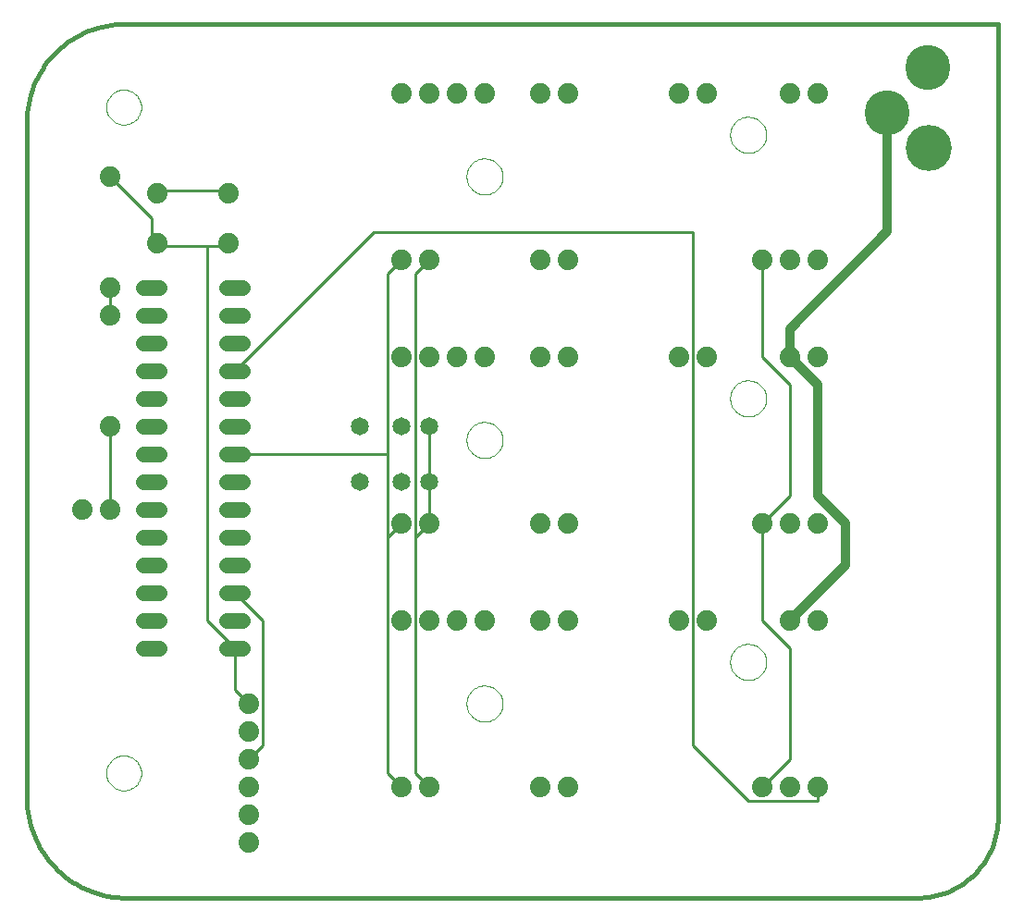
<source format=gtl>
G75*
G70*
%OFA0B0*%
%FSLAX24Y24*%
%IPPOS*%
%LPD*%
%AMOC8*
5,1,8,0,0,1.08239X$1,22.5*
%
%ADD10C,0.0160*%
%ADD11C,0.0000*%
%ADD12C,0.0560*%
%ADD13C,0.0650*%
%ADD14C,0.1660*%
%ADD15C,0.1620*%
%ADD16C,0.0740*%
%ADD17C,0.0100*%
%ADD18C,0.0320*%
D10*
X003792Y000181D02*
X032271Y000181D01*
X032271Y000182D02*
X032410Y000185D01*
X032548Y000195D01*
X032686Y000212D01*
X032823Y000235D01*
X032958Y000264D01*
X033092Y000300D01*
X033224Y000342D01*
X033354Y000391D01*
X033482Y000445D01*
X033607Y000506D01*
X033729Y000573D01*
X033847Y000645D01*
X033962Y000723D01*
X034073Y000806D01*
X034180Y000894D01*
X034283Y000987D01*
X034381Y001085D01*
X034474Y001188D01*
X034562Y001295D01*
X034645Y001406D01*
X034723Y001521D01*
X034795Y001640D01*
X034862Y001761D01*
X034923Y001886D01*
X034977Y002014D01*
X035026Y002144D01*
X035068Y002276D01*
X035104Y002410D01*
X035133Y002545D01*
X035156Y002682D01*
X035173Y002820D01*
X035183Y002958D01*
X035186Y003097D01*
X035186Y031681D01*
X003722Y031681D01*
X003722Y031682D02*
X003554Y031678D01*
X003386Y031666D01*
X003219Y031646D01*
X003053Y031618D01*
X002888Y031582D01*
X002726Y031539D01*
X002565Y031488D01*
X002408Y031429D01*
X002253Y031362D01*
X002102Y031289D01*
X001954Y031208D01*
X001810Y031121D01*
X001671Y031026D01*
X001536Y030925D01*
X001406Y030818D01*
X001282Y030705D01*
X001163Y030586D01*
X001050Y030462D01*
X000943Y030332D01*
X000842Y030197D01*
X000747Y030058D01*
X000660Y029914D01*
X000579Y029766D01*
X000506Y029615D01*
X000439Y029460D01*
X000380Y029303D01*
X000329Y029142D01*
X000286Y028980D01*
X000250Y028815D01*
X000222Y028649D01*
X000202Y028482D01*
X000190Y028314D01*
X000186Y028146D01*
X000186Y003787D01*
X000190Y003615D01*
X000202Y003444D01*
X000223Y003274D01*
X000251Y003105D01*
X000288Y002937D01*
X000332Y002771D01*
X000384Y002608D01*
X000444Y002447D01*
X000512Y002289D01*
X000587Y002135D01*
X000669Y001984D01*
X000758Y001837D01*
X000855Y001695D01*
X000957Y001558D01*
X001067Y001426D01*
X001182Y001299D01*
X001304Y001177D01*
X001431Y001062D01*
X001563Y000952D01*
X001700Y000850D01*
X001842Y000753D01*
X001989Y000664D01*
X002140Y000582D01*
X002294Y000507D01*
X002452Y000439D01*
X002613Y000379D01*
X002776Y000327D01*
X002942Y000283D01*
X003110Y000246D01*
X003279Y000218D01*
X003449Y000197D01*
X003620Y000185D01*
X003792Y000181D01*
D11*
X003056Y004681D02*
X003058Y004731D01*
X003064Y004781D01*
X003074Y004830D01*
X003088Y004878D01*
X003105Y004925D01*
X003126Y004970D01*
X003151Y005014D01*
X003179Y005055D01*
X003211Y005094D01*
X003245Y005131D01*
X003282Y005165D01*
X003322Y005195D01*
X003364Y005222D01*
X003408Y005246D01*
X003454Y005267D01*
X003501Y005283D01*
X003549Y005296D01*
X003599Y005305D01*
X003648Y005310D01*
X003699Y005311D01*
X003749Y005308D01*
X003798Y005301D01*
X003847Y005290D01*
X003895Y005275D01*
X003941Y005257D01*
X003986Y005235D01*
X004029Y005209D01*
X004070Y005180D01*
X004109Y005148D01*
X004145Y005113D01*
X004177Y005075D01*
X004207Y005035D01*
X004234Y004992D01*
X004257Y004948D01*
X004276Y004902D01*
X004292Y004854D01*
X004304Y004805D01*
X004312Y004756D01*
X004316Y004706D01*
X004316Y004656D01*
X004312Y004606D01*
X004304Y004557D01*
X004292Y004508D01*
X004276Y004460D01*
X004257Y004414D01*
X004234Y004370D01*
X004207Y004327D01*
X004177Y004287D01*
X004145Y004249D01*
X004109Y004214D01*
X004070Y004182D01*
X004029Y004153D01*
X003986Y004127D01*
X003941Y004105D01*
X003895Y004087D01*
X003847Y004072D01*
X003798Y004061D01*
X003749Y004054D01*
X003699Y004051D01*
X003648Y004052D01*
X003599Y004057D01*
X003549Y004066D01*
X003501Y004079D01*
X003454Y004095D01*
X003408Y004116D01*
X003364Y004140D01*
X003322Y004167D01*
X003282Y004197D01*
X003245Y004231D01*
X003211Y004268D01*
X003179Y004307D01*
X003151Y004348D01*
X003126Y004392D01*
X003105Y004437D01*
X003088Y004484D01*
X003074Y004532D01*
X003064Y004581D01*
X003058Y004631D01*
X003056Y004681D01*
X016036Y007181D02*
X016038Y007231D01*
X016044Y007281D01*
X016054Y007331D01*
X016067Y007379D01*
X016084Y007427D01*
X016105Y007473D01*
X016129Y007517D01*
X016157Y007559D01*
X016188Y007599D01*
X016222Y007636D01*
X016259Y007671D01*
X016298Y007702D01*
X016339Y007731D01*
X016383Y007756D01*
X016429Y007778D01*
X016476Y007796D01*
X016524Y007810D01*
X016573Y007821D01*
X016623Y007828D01*
X016673Y007831D01*
X016724Y007830D01*
X016774Y007825D01*
X016824Y007816D01*
X016872Y007804D01*
X016920Y007787D01*
X016966Y007767D01*
X017011Y007744D01*
X017054Y007717D01*
X017094Y007687D01*
X017132Y007654D01*
X017167Y007618D01*
X017200Y007579D01*
X017229Y007538D01*
X017255Y007495D01*
X017278Y007450D01*
X017297Y007403D01*
X017312Y007355D01*
X017324Y007306D01*
X017332Y007256D01*
X017336Y007206D01*
X017336Y007156D01*
X017332Y007106D01*
X017324Y007056D01*
X017312Y007007D01*
X017297Y006959D01*
X017278Y006912D01*
X017255Y006867D01*
X017229Y006824D01*
X017200Y006783D01*
X017167Y006744D01*
X017132Y006708D01*
X017094Y006675D01*
X017054Y006645D01*
X017011Y006618D01*
X016966Y006595D01*
X016920Y006575D01*
X016872Y006558D01*
X016824Y006546D01*
X016774Y006537D01*
X016724Y006532D01*
X016673Y006531D01*
X016623Y006534D01*
X016573Y006541D01*
X016524Y006552D01*
X016476Y006566D01*
X016429Y006584D01*
X016383Y006606D01*
X016339Y006631D01*
X016298Y006660D01*
X016259Y006691D01*
X016222Y006726D01*
X016188Y006763D01*
X016157Y006803D01*
X016129Y006845D01*
X016105Y006889D01*
X016084Y006935D01*
X016067Y006983D01*
X016054Y007031D01*
X016044Y007081D01*
X016038Y007131D01*
X016036Y007181D01*
X016036Y016681D02*
X016038Y016731D01*
X016044Y016781D01*
X016054Y016831D01*
X016067Y016879D01*
X016084Y016927D01*
X016105Y016973D01*
X016129Y017017D01*
X016157Y017059D01*
X016188Y017099D01*
X016222Y017136D01*
X016259Y017171D01*
X016298Y017202D01*
X016339Y017231D01*
X016383Y017256D01*
X016429Y017278D01*
X016476Y017296D01*
X016524Y017310D01*
X016573Y017321D01*
X016623Y017328D01*
X016673Y017331D01*
X016724Y017330D01*
X016774Y017325D01*
X016824Y017316D01*
X016872Y017304D01*
X016920Y017287D01*
X016966Y017267D01*
X017011Y017244D01*
X017054Y017217D01*
X017094Y017187D01*
X017132Y017154D01*
X017167Y017118D01*
X017200Y017079D01*
X017229Y017038D01*
X017255Y016995D01*
X017278Y016950D01*
X017297Y016903D01*
X017312Y016855D01*
X017324Y016806D01*
X017332Y016756D01*
X017336Y016706D01*
X017336Y016656D01*
X017332Y016606D01*
X017324Y016556D01*
X017312Y016507D01*
X017297Y016459D01*
X017278Y016412D01*
X017255Y016367D01*
X017229Y016324D01*
X017200Y016283D01*
X017167Y016244D01*
X017132Y016208D01*
X017094Y016175D01*
X017054Y016145D01*
X017011Y016118D01*
X016966Y016095D01*
X016920Y016075D01*
X016872Y016058D01*
X016824Y016046D01*
X016774Y016037D01*
X016724Y016032D01*
X016673Y016031D01*
X016623Y016034D01*
X016573Y016041D01*
X016524Y016052D01*
X016476Y016066D01*
X016429Y016084D01*
X016383Y016106D01*
X016339Y016131D01*
X016298Y016160D01*
X016259Y016191D01*
X016222Y016226D01*
X016188Y016263D01*
X016157Y016303D01*
X016129Y016345D01*
X016105Y016389D01*
X016084Y016435D01*
X016067Y016483D01*
X016054Y016531D01*
X016044Y016581D01*
X016038Y016631D01*
X016036Y016681D01*
X016036Y026181D02*
X016038Y026231D01*
X016044Y026281D01*
X016054Y026331D01*
X016067Y026379D01*
X016084Y026427D01*
X016105Y026473D01*
X016129Y026517D01*
X016157Y026559D01*
X016188Y026599D01*
X016222Y026636D01*
X016259Y026671D01*
X016298Y026702D01*
X016339Y026731D01*
X016383Y026756D01*
X016429Y026778D01*
X016476Y026796D01*
X016524Y026810D01*
X016573Y026821D01*
X016623Y026828D01*
X016673Y026831D01*
X016724Y026830D01*
X016774Y026825D01*
X016824Y026816D01*
X016872Y026804D01*
X016920Y026787D01*
X016966Y026767D01*
X017011Y026744D01*
X017054Y026717D01*
X017094Y026687D01*
X017132Y026654D01*
X017167Y026618D01*
X017200Y026579D01*
X017229Y026538D01*
X017255Y026495D01*
X017278Y026450D01*
X017297Y026403D01*
X017312Y026355D01*
X017324Y026306D01*
X017332Y026256D01*
X017336Y026206D01*
X017336Y026156D01*
X017332Y026106D01*
X017324Y026056D01*
X017312Y026007D01*
X017297Y025959D01*
X017278Y025912D01*
X017255Y025867D01*
X017229Y025824D01*
X017200Y025783D01*
X017167Y025744D01*
X017132Y025708D01*
X017094Y025675D01*
X017054Y025645D01*
X017011Y025618D01*
X016966Y025595D01*
X016920Y025575D01*
X016872Y025558D01*
X016824Y025546D01*
X016774Y025537D01*
X016724Y025532D01*
X016673Y025531D01*
X016623Y025534D01*
X016573Y025541D01*
X016524Y025552D01*
X016476Y025566D01*
X016429Y025584D01*
X016383Y025606D01*
X016339Y025631D01*
X016298Y025660D01*
X016259Y025691D01*
X016222Y025726D01*
X016188Y025763D01*
X016157Y025803D01*
X016129Y025845D01*
X016105Y025889D01*
X016084Y025935D01*
X016067Y025983D01*
X016054Y026031D01*
X016044Y026081D01*
X016038Y026131D01*
X016036Y026181D01*
X025536Y027681D02*
X025538Y027731D01*
X025544Y027781D01*
X025554Y027831D01*
X025567Y027879D01*
X025584Y027927D01*
X025605Y027973D01*
X025629Y028017D01*
X025657Y028059D01*
X025688Y028099D01*
X025722Y028136D01*
X025759Y028171D01*
X025798Y028202D01*
X025839Y028231D01*
X025883Y028256D01*
X025929Y028278D01*
X025976Y028296D01*
X026024Y028310D01*
X026073Y028321D01*
X026123Y028328D01*
X026173Y028331D01*
X026224Y028330D01*
X026274Y028325D01*
X026324Y028316D01*
X026372Y028304D01*
X026420Y028287D01*
X026466Y028267D01*
X026511Y028244D01*
X026554Y028217D01*
X026594Y028187D01*
X026632Y028154D01*
X026667Y028118D01*
X026700Y028079D01*
X026729Y028038D01*
X026755Y027995D01*
X026778Y027950D01*
X026797Y027903D01*
X026812Y027855D01*
X026824Y027806D01*
X026832Y027756D01*
X026836Y027706D01*
X026836Y027656D01*
X026832Y027606D01*
X026824Y027556D01*
X026812Y027507D01*
X026797Y027459D01*
X026778Y027412D01*
X026755Y027367D01*
X026729Y027324D01*
X026700Y027283D01*
X026667Y027244D01*
X026632Y027208D01*
X026594Y027175D01*
X026554Y027145D01*
X026511Y027118D01*
X026466Y027095D01*
X026420Y027075D01*
X026372Y027058D01*
X026324Y027046D01*
X026274Y027037D01*
X026224Y027032D01*
X026173Y027031D01*
X026123Y027034D01*
X026073Y027041D01*
X026024Y027052D01*
X025976Y027066D01*
X025929Y027084D01*
X025883Y027106D01*
X025839Y027131D01*
X025798Y027160D01*
X025759Y027191D01*
X025722Y027226D01*
X025688Y027263D01*
X025657Y027303D01*
X025629Y027345D01*
X025605Y027389D01*
X025584Y027435D01*
X025567Y027483D01*
X025554Y027531D01*
X025544Y027581D01*
X025538Y027631D01*
X025536Y027681D01*
X025536Y018181D02*
X025538Y018231D01*
X025544Y018281D01*
X025554Y018331D01*
X025567Y018379D01*
X025584Y018427D01*
X025605Y018473D01*
X025629Y018517D01*
X025657Y018559D01*
X025688Y018599D01*
X025722Y018636D01*
X025759Y018671D01*
X025798Y018702D01*
X025839Y018731D01*
X025883Y018756D01*
X025929Y018778D01*
X025976Y018796D01*
X026024Y018810D01*
X026073Y018821D01*
X026123Y018828D01*
X026173Y018831D01*
X026224Y018830D01*
X026274Y018825D01*
X026324Y018816D01*
X026372Y018804D01*
X026420Y018787D01*
X026466Y018767D01*
X026511Y018744D01*
X026554Y018717D01*
X026594Y018687D01*
X026632Y018654D01*
X026667Y018618D01*
X026700Y018579D01*
X026729Y018538D01*
X026755Y018495D01*
X026778Y018450D01*
X026797Y018403D01*
X026812Y018355D01*
X026824Y018306D01*
X026832Y018256D01*
X026836Y018206D01*
X026836Y018156D01*
X026832Y018106D01*
X026824Y018056D01*
X026812Y018007D01*
X026797Y017959D01*
X026778Y017912D01*
X026755Y017867D01*
X026729Y017824D01*
X026700Y017783D01*
X026667Y017744D01*
X026632Y017708D01*
X026594Y017675D01*
X026554Y017645D01*
X026511Y017618D01*
X026466Y017595D01*
X026420Y017575D01*
X026372Y017558D01*
X026324Y017546D01*
X026274Y017537D01*
X026224Y017532D01*
X026173Y017531D01*
X026123Y017534D01*
X026073Y017541D01*
X026024Y017552D01*
X025976Y017566D01*
X025929Y017584D01*
X025883Y017606D01*
X025839Y017631D01*
X025798Y017660D01*
X025759Y017691D01*
X025722Y017726D01*
X025688Y017763D01*
X025657Y017803D01*
X025629Y017845D01*
X025605Y017889D01*
X025584Y017935D01*
X025567Y017983D01*
X025554Y018031D01*
X025544Y018081D01*
X025538Y018131D01*
X025536Y018181D01*
X025536Y008681D02*
X025538Y008731D01*
X025544Y008781D01*
X025554Y008831D01*
X025567Y008879D01*
X025584Y008927D01*
X025605Y008973D01*
X025629Y009017D01*
X025657Y009059D01*
X025688Y009099D01*
X025722Y009136D01*
X025759Y009171D01*
X025798Y009202D01*
X025839Y009231D01*
X025883Y009256D01*
X025929Y009278D01*
X025976Y009296D01*
X026024Y009310D01*
X026073Y009321D01*
X026123Y009328D01*
X026173Y009331D01*
X026224Y009330D01*
X026274Y009325D01*
X026324Y009316D01*
X026372Y009304D01*
X026420Y009287D01*
X026466Y009267D01*
X026511Y009244D01*
X026554Y009217D01*
X026594Y009187D01*
X026632Y009154D01*
X026667Y009118D01*
X026700Y009079D01*
X026729Y009038D01*
X026755Y008995D01*
X026778Y008950D01*
X026797Y008903D01*
X026812Y008855D01*
X026824Y008806D01*
X026832Y008756D01*
X026836Y008706D01*
X026836Y008656D01*
X026832Y008606D01*
X026824Y008556D01*
X026812Y008507D01*
X026797Y008459D01*
X026778Y008412D01*
X026755Y008367D01*
X026729Y008324D01*
X026700Y008283D01*
X026667Y008244D01*
X026632Y008208D01*
X026594Y008175D01*
X026554Y008145D01*
X026511Y008118D01*
X026466Y008095D01*
X026420Y008075D01*
X026372Y008058D01*
X026324Y008046D01*
X026274Y008037D01*
X026224Y008032D01*
X026173Y008031D01*
X026123Y008034D01*
X026073Y008041D01*
X026024Y008052D01*
X025976Y008066D01*
X025929Y008084D01*
X025883Y008106D01*
X025839Y008131D01*
X025798Y008160D01*
X025759Y008191D01*
X025722Y008226D01*
X025688Y008263D01*
X025657Y008303D01*
X025629Y008345D01*
X025605Y008389D01*
X025584Y008435D01*
X025567Y008483D01*
X025554Y008531D01*
X025544Y008581D01*
X025538Y008631D01*
X025536Y008681D01*
X003056Y028681D02*
X003058Y028731D01*
X003064Y028781D01*
X003074Y028830D01*
X003088Y028878D01*
X003105Y028925D01*
X003126Y028970D01*
X003151Y029014D01*
X003179Y029055D01*
X003211Y029094D01*
X003245Y029131D01*
X003282Y029165D01*
X003322Y029195D01*
X003364Y029222D01*
X003408Y029246D01*
X003454Y029267D01*
X003501Y029283D01*
X003549Y029296D01*
X003599Y029305D01*
X003648Y029310D01*
X003699Y029311D01*
X003749Y029308D01*
X003798Y029301D01*
X003847Y029290D01*
X003895Y029275D01*
X003941Y029257D01*
X003986Y029235D01*
X004029Y029209D01*
X004070Y029180D01*
X004109Y029148D01*
X004145Y029113D01*
X004177Y029075D01*
X004207Y029035D01*
X004234Y028992D01*
X004257Y028948D01*
X004276Y028902D01*
X004292Y028854D01*
X004304Y028805D01*
X004312Y028756D01*
X004316Y028706D01*
X004316Y028656D01*
X004312Y028606D01*
X004304Y028557D01*
X004292Y028508D01*
X004276Y028460D01*
X004257Y028414D01*
X004234Y028370D01*
X004207Y028327D01*
X004177Y028287D01*
X004145Y028249D01*
X004109Y028214D01*
X004070Y028182D01*
X004029Y028153D01*
X003986Y028127D01*
X003941Y028105D01*
X003895Y028087D01*
X003847Y028072D01*
X003798Y028061D01*
X003749Y028054D01*
X003699Y028051D01*
X003648Y028052D01*
X003599Y028057D01*
X003549Y028066D01*
X003501Y028079D01*
X003454Y028095D01*
X003408Y028116D01*
X003364Y028140D01*
X003322Y028167D01*
X003282Y028197D01*
X003245Y028231D01*
X003211Y028268D01*
X003179Y028307D01*
X003151Y028348D01*
X003126Y028392D01*
X003105Y028437D01*
X003088Y028484D01*
X003074Y028532D01*
X003064Y028581D01*
X003058Y028631D01*
X003056Y028681D01*
D12*
X004406Y022181D02*
X004966Y022181D01*
X004966Y021181D02*
X004406Y021181D01*
X004406Y020181D02*
X004966Y020181D01*
X004966Y019181D02*
X004406Y019181D01*
X004406Y018181D02*
X004966Y018181D01*
X004966Y017181D02*
X004406Y017181D01*
X004406Y016181D02*
X004966Y016181D01*
X004966Y015181D02*
X004406Y015181D01*
X004406Y014181D02*
X004966Y014181D01*
X004966Y013181D02*
X004406Y013181D01*
X004406Y012181D02*
X004966Y012181D01*
X004966Y011181D02*
X004406Y011181D01*
X004406Y010181D02*
X004966Y010181D01*
X004966Y009181D02*
X004406Y009181D01*
X007406Y009181D02*
X007966Y009181D01*
X007966Y010181D02*
X007406Y010181D01*
X007406Y011181D02*
X007966Y011181D01*
X007966Y012181D02*
X007406Y012181D01*
X007406Y013181D02*
X007966Y013181D01*
X007966Y014181D02*
X007406Y014181D01*
X007406Y015181D02*
X007966Y015181D01*
X007966Y016181D02*
X007406Y016181D01*
X007406Y017181D02*
X007966Y017181D01*
X007966Y018181D02*
X007406Y018181D01*
X007406Y019181D02*
X007966Y019181D01*
X007966Y020181D02*
X007406Y020181D01*
X007406Y021181D02*
X007966Y021181D01*
X007966Y022181D02*
X007406Y022181D01*
D13*
X012186Y017181D03*
X013686Y017181D03*
X014686Y017181D03*
X014686Y015181D03*
X013686Y015181D03*
X012186Y015181D03*
D14*
X032686Y027218D03*
D15*
X031205Y028469D03*
X032676Y030100D03*
D16*
X028686Y029181D03*
X027686Y029181D03*
X024686Y029181D03*
X023686Y029181D03*
X019686Y029181D03*
X018686Y029181D03*
X016686Y029181D03*
X015686Y029181D03*
X014686Y029181D03*
X013686Y029181D03*
X007466Y025571D03*
X007466Y023791D03*
X004906Y023791D03*
X003186Y022181D03*
X003186Y021181D03*
X003186Y017181D03*
X003186Y014181D03*
X002186Y014181D03*
X008186Y007181D03*
X008186Y006181D03*
X008186Y005181D03*
X008186Y004181D03*
X008186Y003181D03*
X008186Y002181D03*
X013686Y004181D03*
X014686Y004181D03*
X018686Y004181D03*
X019686Y004181D03*
X019686Y010181D03*
X018686Y010181D03*
X016686Y010181D03*
X015686Y010181D03*
X014686Y010181D03*
X013686Y010181D03*
X013686Y013681D03*
X014686Y013681D03*
X018686Y013681D03*
X019686Y013681D03*
X023686Y010181D03*
X024686Y010181D03*
X027686Y010181D03*
X028686Y010181D03*
X028686Y013681D03*
X027686Y013681D03*
X026686Y013681D03*
X027686Y019681D03*
X028686Y019681D03*
X028686Y023181D03*
X027686Y023181D03*
X026686Y023181D03*
X024686Y019681D03*
X023686Y019681D03*
X019686Y019681D03*
X018686Y019681D03*
X016686Y019681D03*
X015686Y019681D03*
X014686Y019681D03*
X013686Y019681D03*
X013686Y023181D03*
X014686Y023181D03*
X018686Y023181D03*
X019686Y023181D03*
X004906Y025571D03*
X003186Y026181D03*
X026686Y004181D03*
X027686Y004181D03*
X028686Y004181D03*
D17*
X028686Y003681D01*
X026186Y003681D01*
X024186Y005681D01*
X024186Y024181D01*
X012686Y024181D01*
X007686Y019181D01*
X007686Y016181D02*
X013186Y016181D01*
X013186Y022681D01*
X013686Y023181D01*
X014186Y022681D02*
X014186Y013181D01*
X014686Y013681D01*
X014686Y015181D01*
X014686Y017181D01*
X013186Y016181D02*
X013186Y013181D01*
X013686Y013681D01*
X013186Y013181D02*
X013186Y004681D01*
X013686Y004181D01*
X014186Y004681D02*
X014186Y013181D01*
X008686Y010181D02*
X008686Y005681D01*
X008186Y005181D01*
X008186Y007181D02*
X007686Y007681D01*
X007686Y009181D01*
X006686Y010181D01*
X006686Y023681D01*
X005186Y023681D01*
X004906Y023791D01*
X004686Y023681D01*
X004686Y024681D01*
X003186Y026181D01*
X004906Y025571D02*
X005186Y025681D01*
X007186Y025681D01*
X007466Y025571D01*
X007466Y023791D02*
X007186Y023681D01*
X006686Y023681D01*
X003186Y022181D02*
X003186Y021181D01*
X003186Y017181D02*
X003186Y014181D01*
X007686Y011181D02*
X008686Y010181D01*
X014186Y004681D02*
X014686Y004181D01*
X026686Y004181D02*
X027686Y005181D01*
X027686Y009181D01*
X026686Y010181D01*
X026686Y013681D01*
X027686Y014681D01*
X027686Y018681D01*
X026686Y019681D01*
X026686Y023181D01*
X014686Y023181D02*
X014186Y022681D01*
D18*
X027686Y020681D02*
X027686Y019681D01*
X028686Y018681D01*
X028686Y014681D01*
X029686Y013681D01*
X029686Y012181D01*
X027686Y010181D01*
X027686Y020681D02*
X031205Y024200D01*
X031205Y028469D01*
M02*

</source>
